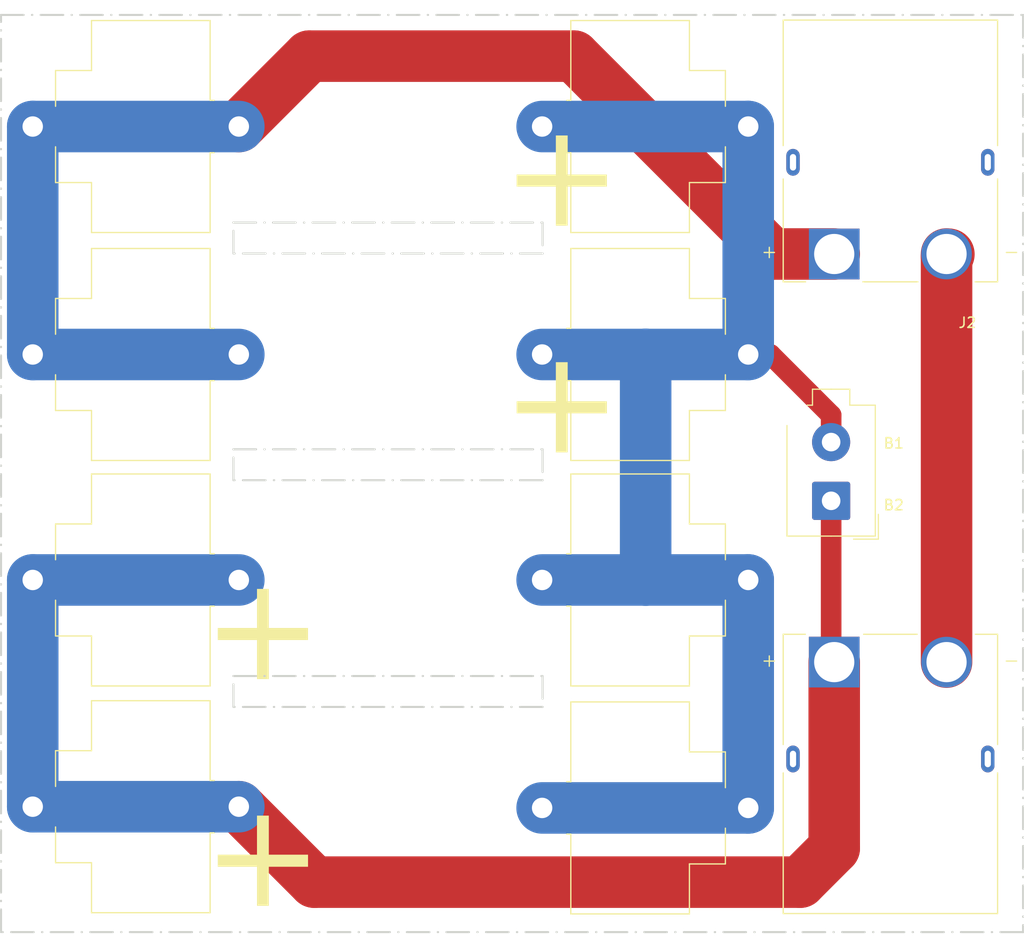
<source format=kicad_pcb>
(kicad_pcb (version 20240108) (generator "pcbnew") (generator_version "8.0")
  (layers (0 "F.Cu" signal) (31 "B.Cu" signal) (34 "B.Paste" user) (35 "F.Paste" user) (36 "B.SilkS" user "B.Silkscreen") (37 "F.SilkS" user "F.Silkscreen") (38 "B.Mask" user) (39 "F.Mask" user) (44 "Edge.Cuts" user))
  (net 0 "")
  (net 1 "/Battery1/BAT+")
  (net 2 "/Prev_Cell")
  (net 3 "/Next_Cell")
  (net 4 "Net-(J1-NEG)")
  (footprint "246:BAT_246" (layer "F.Cu") (at 136.955 127.8)
    (property "Reference" "BT39" (hide yes))
    (property "Value" "246")
    (fp_line (start -7.615 -2.54) (end -7.215 -2.54) (stroke (width 0.127)) (layer "F.SilkS"))
    (fp_line (start -7.215 -10.285) (end 4.295 -10.285) (stroke (width 0.127)) (layer "F.SilkS"))
    (fp_line (start -7.215 -2.54) (end -7.215 -10.285) (stroke (width 0.127)) (layer "F.SilkS"))
    (fp_line (start -7.215 2.54) (end -7.615 2.54) (stroke (width 0.127)) (layer "F.SilkS"))
    (fp_line (start -7.215 10.285) (end -7.215 2.54) (stroke (width 0.127)) (layer "F.SilkS"))
    (fp_line (start 4.295 -10.285) (end 4.295 -5.435) (stroke (width 0.127)) (layer "F.SilkS"))
    (fp_line (start 4.295 -5.435) (end 7.785 -5.435) (stroke (width 0.127)) (layer "F.SilkS"))
    (fp_line (start 4.295 5.435) (end 4.295 10.285) (stroke (width 0.127)) (layer "F.SilkS"))
    (fp_line (start 4.295 10.285) (end -7.215 10.285) (stroke (width 0.127)) (layer "F.SilkS"))
    (fp_line (start 7.785 -5.435) (end 7.785 -1.965) (stroke (width 0.127)) (layer "F.SilkS"))
    (fp_line (start 7.785 1.965) (end 7.785 5.435) (stroke (width 0.127)) (layer "F.SilkS"))
    (fp_line (start 7.785 5.435) (end 4.295 5.435) (stroke (width 0.127)) (layer "F.SilkS"))
    (pad "A" thru_hole circle (at -10 0) (size 2.97 2.97) (drill 1.98) (layers "*.Cu") (net 1 "/Battery1/BAT+"))
    (pad "A" thru_hole circle (at 10 0) (size 2.97 2.97) (drill 1.98) (layers "*.Cu") (net 1 "/Battery1/BAT+"))
  )
  (footprint "246:BAT_246" (layer "F.Cu") (at 136.955 105.68)
    (property "Reference" "BT40" (hide yes))
    (property "Value" "246")
    (fp_line (start -7.615 -2.54) (end -7.215 -2.54) (stroke (width 0.127)) (layer "F.SilkS"))
    (fp_line (start -7.215 -10.285) (end 4.295 -10.285) (stroke (width 0.127)) (layer "F.SilkS"))
    (fp_line (start -7.215 -2.54) (end -7.215 -10.285) (stroke (width 0.127)) (layer "F.SilkS"))
    (fp_line (start -7.215 2.54) (end -7.615 2.54) (stroke (width 0.127)) (layer "F.SilkS"))
    (fp_line (start -7.215 10.285) (end -7.215 2.54) (stroke (width 0.127)) (layer "F.SilkS"))
    (fp_line (start 4.295 -10.285) (end 4.295 -5.435) (stroke (width 0.127)) (layer "F.SilkS"))
    (fp_line (start 4.295 -5.435) (end 7.785 -5.435) (stroke (width 0.127)) (layer "F.SilkS"))
    (fp_line (start 4.295 5.435) (end 4.295 10.285) (stroke (width 0.127)) (layer "F.SilkS"))
    (fp_line (start 4.295 10.285) (end -7.215 10.285) (stroke (width 0.127)) (layer "F.SilkS"))
    (fp_line (start 7.785 -5.435) (end 7.785 -1.965) (stroke (width 0.127)) (layer "F.SilkS"))
    (fp_line (start 7.785 1.965) (end 7.785 5.435) (stroke (width 0.127)) (layer "F.SilkS"))
    (fp_line (start 7.785 5.435) (end 4.295 5.435) (stroke (width 0.127)) (layer "F.SilkS"))
    (pad "A" thru_hole circle (at -10 0) (size 2.97 2.97) (drill 1.98) (layers "*.Cu") (net 1 "/Battery1/BAT+"))
    (pad "A" thru_hole circle (at 10 0) (size 2.97 2.97) (drill 1.98) (layers "*.Cu") (net 1 "/Battery1/BAT+"))
  )
  (footprint "246:BAT_246" (layer "F.Cu") (at 136.955 61.68)
    (property "Reference" "BT33" (hide yes))
    (property "Value" "246")
    (fp_line (start -7.615 -2.54) (end -7.215 -2.54) (stroke (width 0.127)) (layer "F.SilkS"))
    (fp_line (start -7.215 -10.285) (end 4.295 -10.285) (stroke (width 0.127)) (layer "F.SilkS"))
    (fp_line (start -7.215 -2.54) (end -7.215 -10.285) (stroke (width 0.127)) (layer "F.SilkS"))
    (fp_line (start -7.215 2.54) (end -7.615 2.54) (stroke (width 0.127)) (layer "F.SilkS"))
    (fp_line (start -7.215 10.285) (end -7.215 2.54) (stroke (width 0.127)) (layer "F.SilkS"))
    (fp_line (start 4.295 -10.285) (end 4.295 -5.435) (stroke (width 0.127)) (layer "F.SilkS"))
    (fp_line (start 4.295 -5.435) (end 7.785 -5.435) (stroke (width 0.127)) (layer "F.SilkS"))
    (fp_line (start 4.295 5.435) (end 4.295 10.285) (stroke (width 0.127)) (layer "F.SilkS"))
    (fp_line (start 4.295 10.285) (end -7.215 10.285) (stroke (width 0.127)) (layer "F.SilkS"))
    (fp_line (start 7.785 -5.435) (end 7.785 -1.965) (stroke (width 0.127)) (layer "F.SilkS"))
    (fp_line (start 7.785 1.965) (end 7.785 5.435) (stroke (width 0.127)) (layer "F.SilkS"))
    (fp_line (start 7.785 5.435) (end 4.295 5.435) (stroke (width 0.127)) (layer "F.SilkS"))
    (pad "A" thru_hole circle (at -10 0) (size 2.97 2.97) (drill 1.98) (layers "*.Cu") (net 1 "/Battery1/BAT+"))
    (pad "A" thru_hole circle (at 10 0) (size 2.97 2.97) (drill 1.98) (layers "*.Cu") (net 1 "/Battery1/BAT+"))
  )
  (footprint "246:BAT_246" (layer "F.Cu") (at 136.955 83.8)
    (property "Reference" "BT34" (hide yes))
    (property "Value" "246")
    (fp_line (start -7.615 -2.54) (end -7.215 -2.54) (stroke (width 0.127)) (layer "F.SilkS"))
    (fp_line (start -7.215 -10.285) (end 4.295 -10.285) (stroke (width 0.127)) (layer "F.SilkS"))
    (fp_line (start -7.215 -2.54) (end -7.215 -10.285) (stroke (width 0.127)) (layer "F.SilkS"))
    (fp_line (start -7.215 2.54) (end -7.615 2.54) (stroke (width 0.127)) (layer "F.SilkS"))
    (fp_line (start -7.215 10.285) (end -7.215 2.54) (stroke (width 0.127)) (layer "F.SilkS"))
    (fp_line (start 4.295 -10.285) (end 4.295 -5.435) (stroke (width 0.127)) (layer "F.SilkS"))
    (fp_line (start 4.295 -5.435) (end 7.785 -5.435) (stroke (width 0.127)) (layer "F.SilkS"))
    (fp_line (start 4.295 5.435) (end 4.295 10.285) (stroke (width 0.127)) (layer "F.SilkS"))
    (fp_line (start 4.295 10.285) (end -7.215 10.285) (stroke (width 0.127)) (layer "F.SilkS"))
    (fp_line (start 7.785 -5.435) (end 7.785 -1.965) (stroke (width 0.127)) (layer "F.SilkS"))
    (fp_line (start 7.785 1.965) (end 7.785 5.435) (stroke (width 0.127)) (layer "F.SilkS"))
    (fp_line (start 7.785 5.435) (end 4.295 5.435) (stroke (width 0.127)) (layer "F.SilkS"))
    (pad "A" thru_hole circle (at -10 0) (size 2.97 2.97) (drill 1.98) (layers "*.Cu") (net 1 "/Battery1/BAT+"))
    (pad "A" thru_hole circle (at 10 0) (size 2.97 2.97) (drill 1.98) (layers "*.Cu") (net 1 "/Battery1/BAT+"))
  )
  (footprint "XT90PW-F:AMASS_XT90PW-F" (layer "F.Cu") (at 160.75 65.15 180)
    (property "Reference" "J2" (at -7.475 -15.565 180) (layer "F.SilkS"))
    (property "Value" "XT90PW-F")
    (fp_line (start 11.75 -8.25) (end 11.75 -9.25) (stroke (width 0.127)) (layer "F.SilkS"))
    (fp_line (start 11.25 -8.75) (end 12.25 -8.75) (stroke (width 0.127)) (layer "F.SilkS"))
    (fp_line (start 10.4 13.8) (end -10.4 13.8) (stroke (width 0.127)) (layer "F.SilkS"))
    (fp_line (start 10.4 1.62) (end 10.4 13.8) (stroke (width 0.127)) (layer "F.SilkS"))
    (fp_line (start 10.4 -11.6) (end 10.4 -1.62) (stroke (width 0.127)) (layer "F.SilkS"))
    (fp_line (start 8.228 -11.6) (end 10.4 -11.6) (stroke (width 0.127)) (layer "F.SilkS"))
    (fp_line (start 2.672 -11.6) (end -2.672 -11.6) (stroke (width 0.127)) (layer "F.SilkS"))
    (fp_line (start -10.4 13.8) (end -10.4 1.62) (stroke (width 0.127)) (layer "F.SilkS"))
    (fp_line (start -10.4 -11.6) (end -8.228 -11.6) (stroke (width 0.127)) (layer "F.SilkS"))
    (fp_line (start -10.4 -11.6) (end -10.4 -1.62) (stroke (width 0.127)) (layer "F.SilkS"))
    (fp_line (start -11.25 -8.75) (end -12.25 -8.75) (stroke (width 0.127)) (layer "F.SilkS"))
    (pad "N" thru_hole circle (at -5.45 -8.9 180) (size 4.916 4.916) (drill 3.9) (layers "*.Cu" "*.Mask") (net 4 "Net-(J1-NEG)"))
    (pad "P" thru_hole rect (at 5.45 -8.9 180) (size 4.916 4.916) (drill 3.9) (layers "*.Cu" "*.Mask") (net 2 "/Prev_Cell"))
    (pad "S1" thru_hole oval (at 9.45 0 180) (size 1.3 2.6) (drill oval 0.6 1.6) (layers "*.Cu" "*.Mask"))
    (pad "S2" thru_hole oval (at -9.45 0 180) (size 1.3 2.6) (drill oval 0.6 1.6) (layers "*.Cu" "*.Mask"))
  )
  (footprint "XT90PW-M:AMASS_XT90PW-M" (layer "F.Cu") (at 160.75 123.05)
    (property "Reference" "J1" (hide yes))
    (property "Value" "XT90PW-M")
    (fp_line (start -11.75 -9) (end -11.75 -10) (stroke (width 0.127)) (layer "F.SilkS"))
    (fp_line (start -11.25 -9.5) (end -12.25 -9.5) (stroke (width 0.127)) (layer "F.SilkS"))
    (fp_line (start -10.4 -12.1) (end -10.4 -1.4) (stroke (width 0.127)) (layer "F.SilkS"))
    (fp_line (start -10.4 1.35) (end -10.4 15) (stroke (width 0.127)) (layer "F.SilkS"))
    (fp_line (start -10.4 15) (end 10.4 15) (stroke (width 0.127)) (layer "F.SilkS"))
    (fp_line (start -8.25 -12.1) (end -10.4 -12.1) (stroke (width 0.127)) (layer "F.SilkS"))
    (fp_line (start -2.6 -12.1) (end 2.6 -12.1) (stroke (width 0.127)) (layer "F.SilkS"))
    (fp_line (start 10.4 -12.1) (end 8.25 -12.1) (stroke (width 0.127)) (layer "F.SilkS"))
    (fp_line (start 10.4 -1.4) (end 10.4 -12.1) (stroke (width 0.127)) (layer "F.SilkS"))
    (fp_line (start 10.4 15) (end 10.4 1.35) (stroke (width 0.127)) (layer "F.SilkS"))
    (fp_line (start 11.25 -9.5) (end 12.25 -9.5) (stroke (width 0.127)) (layer "F.SilkS"))
    (pad "N" thru_hole circle (at 5.45 -9.4) (size 4.916 4.916) (drill 3.9) (layers "*.Cu" "*.Mask") (net 4 "Net-(J1-NEG)"))
    (pad "P" thru_hole rect (at -5.45 -9.4) (size 4.916 4.916) (drill 3.9) (layers "*.Cu" "*.Mask") (net 3 "/Next_Cell"))
    (pad "S1" thru_hole oval (at -9.45 0) (size 1.3 2.6) (drill oval 0.6 1.6) (layers "*.Cu" "*.Mask"))
    (pad "S2" thru_hole oval (at 9.45 0) (size 1.3 2.6) (drill oval 0.6 1.6) (layers "*.Cu" "*.Mask"))
  )
  (footprint "Connector_Molex:Molex_Mega-Fit_76829-0102_2x01_P5.70mm_Vertical" (layer "F.Cu") (at 155 98 180)
    (property "Reference" "J3" (hide yes))
    (property "Value" "Conn_01x02_Socket")
    (fp_line (start 4.285 -3.42) (end 4.285 7.31) (stroke (width 0.12)) (layer "F.SilkS"))
    (fp_line (start 2.32 9.28) (end 1.81 9.28) (stroke (width 0.12)) (layer "F.SilkS"))
    (fp_line (start 1.81 10.83) (end 0 10.83) (stroke (width 0.12)) (layer "F.SilkS"))
    (fp_line (start 1.81 9.28) (end 1.81 10.83) (stroke (width 0.12)) (layer "F.SilkS"))
    (fp_line (start 0 -3.42) (end 4.285 -3.42) (stroke (width 0.12)) (layer "F.SilkS"))
    (fp_line (start 0 -3.42) (end -4.285 -3.42) (stroke (width 0.12)) (layer "F.SilkS"))
    (fp_line (start -1.81 10.83) (end 0 10.83) (stroke (width 0.12)) (layer "F.SilkS"))
    (fp_line (start -1.81 9.28) (end -1.81 10.83) (stroke (width 0.12)) (layer "F.SilkS"))
    (fp_line (start -4.285 9.28) (end -1.81 9.28) (stroke (width 0.12)) (layer "F.SilkS"))
    (fp_line (start -4.285 -3.42) (end -4.285 9.28) (stroke (width 0.12)) (layer "F.SilkS"))
    (fp_line (start -4.585 -1.31) (end -4.585 -3.72) (stroke (width 0.12)) (layer "F.SilkS"))
    (fp_line (start -4.585 -3.72) (end -2.175 -3.72) (stroke (width 0.12)) (layer "F.SilkS"))
    (pad "" np_thru_hole circle (at 3.48 8.47 180) (size 1.8 1.8) (drill 1.8) (layers "*.Cu" "*.Mask"))
    (pad "1" thru_hole roundrect (at 0 0 180) (size 3.7 3.7) (drill 1.8) (layers "*.Cu" "*.Mask") (roundrect_rratio 0.067568) (net 3 "/Next_Cell"))
    (pad "2" thru_hole circle (at 0 5.7 180) (size 3.7 3.7) (drill 1.8) (layers "*.Cu" "*.Mask") (net 1 "/Battery1/BAT+"))
  )
  (footprint "246:BAT_246" (layer "F.Cu") (at 87.525 61.68 180)
    (property "Reference" "BT36" (hide yes))
    (property "Value" "246")
    (fp_line (start 7.785 5.435) (end 4.295 5.435) (stroke (width 0.127)) (layer "F.SilkS"))
    (fp_line (start 7.785 1.965) (end 7.785 5.435) (stroke (width 0.127)) (layer "F.SilkS"))
    (fp_line (start 7.785 -5.435) (end 7.785 -1.965) (stroke (width 0.127)) (layer "F.SilkS"))
    (fp_line (start 4.295 10.285) (end -7.215 10.285) (stroke (width 0.127)) (layer "F.SilkS"))
    (fp_line (start 4.295 5.435) (end 4.295 10.285) (stroke (width 0.127)) (layer "F.SilkS"))
    (fp_line (start 4.295 -5.435) (end 7.785 -5.435) (stroke (width 0.127)) (layer "F.SilkS"))
    (fp_line (start 4.295 -10.285) (end 4.295 -5.435) (stroke (width 0.127)) (layer "F.SilkS"))
    (fp_line (start -7.215 10.285) (end -7.215 2.54) (stroke (width 0.127)) (layer "F.SilkS"))
    (fp_line (start -7.215 2.54) (end -7.615 2.54) (stroke (width 0.127)) (layer "F.SilkS"))
    (fp_line (start -7.215 -2.54) (end -7.215 -10.285) (stroke (width 0.127)) (layer "F.SilkS"))
    (fp_line (start -7.215 -10.285) (end 4.295 -10.285) (stroke (width 0.127)) (layer "F.SilkS"))
    (fp_line (start -7.615 -2.54) (end -7.215 -2.54) (stroke (width 0.127)) (layer "F.SilkS"))
    (pad "A" thru_hole circle (at -10 0 180) (size 2.97 2.97) (drill 1.98) (layers "*.Cu") (net 2 "/Prev_Cell"))
    (pad "A" thru_hole circle (at 10 0 180) (size 2.97 2.97) (drill 1.98) (layers "*.Cu") (net 2 "/Prev_Cell"))
  )
  (footprint "246:BAT_246" (layer "F.Cu") (at 87.525 105.68 180)
    (property "Reference" "BT37" (hide yes))
    (property "Value" "246")
    (fp_line (start 7.785 5.435) (end 4.295 5.435) (stroke (width 0.127)) (layer "F.SilkS"))
    (fp_line (start 7.785 1.965) (end 7.785 5.435) (stroke (width 0.127)) (layer "F.SilkS"))
    (fp_line (start 7.785 -5.435) (end 7.785 -1.965) (stroke (width 0.127)) (layer "F.SilkS"))
    (fp_line (start 4.295 10.285) (end -7.215 10.285) (stroke (width 0.127)) (layer "F.SilkS"))
    (fp_line (start 4.295 5.435) (end 4.295 10.285) (stroke (width 0.127)) (layer "F.SilkS"))
    (fp_line (start 4.295 -5.435) (end 7.785 -5.435) (stroke (width 0.127)) (layer "F.SilkS"))
    (fp_line (start 4.295 -10.285) (end 4.295 -5.435) (stroke (width 0.127)) (layer "F.SilkS"))
    (fp_line (start -7.215 10.285) (end -7.215 2.54) (stroke (width 0.127)) (layer "F.SilkS"))
    (fp_line (start -7.215 2.54) (end -7.615 2.54) (stroke (width 0.127)) (layer "F.SilkS"))
    (fp_line (start -7.215 -2.54) (end -7.215 -10.285) (stroke (width 0.127)) (layer "F.SilkS"))
    (fp_line (start -7.215 -10.285) (end 4.295 -10.285) (stroke (width 0.127)) (layer "F.SilkS"))
    (fp_line (start -7.615 -2.54) (end -7.215 -2.54) (stroke (width 0.127)) (layer "F.SilkS"))
    (pad "A" thru_hole circle (at -10 0 180) (size 2.97 2.97) (drill 1.98) (layers "*.Cu") (net 3 "/Next_Cell"))
    (pad "A" thru_hole circle (at 10 0 180) (size 2.97 2.97) (drill 1.98) (layers "*.Cu") (net 3 "/Next_Cell"))
  )
  (footprint "246:BAT_246" (layer "F.Cu") (at 87.525 83.8 180)
    (property "Reference" "BT35" (hide yes))
    (property "Value" "246")
    (fp_line (start 7.785 5.435) (end 4.295 5.435) (stroke (width 0.127)) (layer "F.SilkS"))
    (fp_line (start 7.785 1.965) (end 7.785 5.435) (stroke (width 0.127)) (layer "F.SilkS"))
    (fp_line (start 7.785 -5.435) (end 7.785 -1.965) (stroke (width 0.127)) (layer "F.SilkS"))
    (fp_line (start 4.295 10.285) (end -7.215 10.285) (stroke (width 0.127)) (layer "F.SilkS"))
    (fp_line (start 4.295 5.435) (end 4.295 10.285) (stroke (width 0.127)) (layer "F.SilkS"))
    (fp_line (start 4.295 -5.435) (end 7.785 -5.435) (stroke (width 0.127)) (layer "F.SilkS"))
    (fp_line (start 4.295 -10.285) (end 4.295 -5.435) (stroke (width 0.127)) (layer "F.SilkS"))
    (fp_line (start -7.215 10.285) (end -7.215 2.54) (stroke (width 0.127)) (layer "F.SilkS"))
    (fp_line (start -7.215 2.54) (end -7.615 2.54) (stroke (width 0.127)) (layer "F.SilkS"))
    (fp_line (start -7.215 -2.54) (end -7.215 -10.285) (stroke (width 0.127)) (layer "F.SilkS"))
    (fp_line (start -7.215 -10.285) (end 4.295 -10.285) (stroke (width 0.127)) (layer "F.SilkS"))
    (fp_line (start -7.615 -2.54) (end -7.215 -2.54) (stroke (width 0.127)) (layer "F.SilkS"))
    (pad "A" thru_hole circle (at -10 0 180) (size 2.97 2.97) (drill 1.98) (layers "*.Cu") (net 2 "/Prev_Cell"))
    (pad "A" thru_hole circle (at 10 0 180) (size 2.97 2.97) (drill 1.98) (layers "*.Cu") (net 2 "/Prev_Cell"))
  )
  (footprint "246:BAT_246" (layer "F.Cu") (at 87.525 127.68 180)
    (property "Reference" "BT38" (hide yes))
    (property "Value" "246")
    (fp_line (start 7.785 5.435) (end 4.295 5.435) (stroke (width 0.127)) (layer "F.SilkS"))
    (fp_line (start 7.785 1.965) (end 7.785 5.435) (stroke (width 0.127)) (layer "F.SilkS"))
    (fp_line (start 7.785 -5.435) (end 7.785 -1.965) (stroke (width 0.127)) (layer "F.SilkS"))
    (fp_line (start 4.295 10.285) (end -7.215 10.285) (stroke (width 0.127)) (layer "F.SilkS"))
    (fp_line (start 4.295 5.435) (end 4.295 10.285) (stroke (width 0.127)) (layer "F.SilkS"))
    (fp_line (start 4.295 -5.435) (end 7.785 -5.435) (stroke (width 0.127)) (layer "F.SilkS"))
    (fp_line (start 4.295 -10.285) (end 4.295 -5.435) (stroke (width 0.127)) (layer "F.SilkS"))
    (fp_line (start -7.215 10.285) (end -7.215 2.54) (stroke (width 0.127)) (layer "F.SilkS"))
    (fp_line (start -7.215 2.54) (end -7.615 2.54) (stroke (width 0.127)) (layer "F.SilkS"))
    (fp_line (start -7.215 -2.54) (end -7.215 -10.285) (stroke (width 0.127)) (layer "F.SilkS"))
    (fp_line (start -7.215 -10.285) (end 4.295 -10.285) (stroke (width 0.127)) (layer "F.SilkS"))
    (fp_line (start -7.615 -2.54) (end -7.215 -2.54) (stroke (width 0.127)) (layer "F.SilkS"))
    (pad "A" thru_hole circle (at -10 0 180) (size 2.97 2.97) (drill 1.98) (layers "*.Cu") (net 3 "/Next_Cell"))
    (pad "A" thru_hole circle (at 10 0 180) (size 2.97 2.97) (drill 1.98) (layers "*.Cu") (net 3 "/Next_Cell"))
  )
  (gr_rect (start 97 71) (end 127 74) (stroke (width 0.2) (type dash_dot)) (fill none) (layer "Edge.Cuts"))
  (gr_rect (start 97 115) (end 127 118) (stroke (width 0.2) (type dash_dot)) (fill none) (layer "Edge.Cuts"))
  (gr_rect (start 74.45 50.85) (end 173.625 139.85) (stroke (width 0.2) (type dash_dot)) (fill none) (layer "Edge.Cuts"))
  (gr_rect (start 97 93) (end 127 96) (stroke (width 0.2) (type dash_dot)) (fill none) (layer "Edge.Cuts"))
  (gr_text "B2\n" (at 160 99 0) (layer "F.SilkS") (effects (font (size 1 1)) (justify left bottom)))
  (gr_text "+" (at 94 139 0) (layer "F.SilkS") (effects (font (size 10 10)) (justify left bottom)))
  (gr_text "B1\n" (at 160 93 0) (layer "F.SilkS") (effects (font (size 1 1)) (justify left bottom)))
  (gr_text "+" (at 94 117 0) (layer "F.SilkS") (effects (font (size 10 10)) (justify left bottom)))
  (gr_text "+" (at 123 73 0) (layer "F.SilkS") (effects (font (size 10 10)) (justify left bottom)))
  (gr_text "+" (at 123 95 0) (layer "F.SilkS") (effects (font (size 10 10)) (justify left bottom)))
  (segment (start 155 89.683705) (end 149.116295 83.8) (width 2) (layer "F.Cu") (net 1))
  (segment (start 149.116295 83.8) (end 146.955 83.8) (width 2) (layer "F.Cu") (net 1))
  (segment (start 155 92.3) (end 155 89.683705) (width 2) (layer "F.Cu") (net 1))
  (segment (start 146.955 61.68) (end 126.955 61.68) (width 5) (layer "B.Cu") (net 1))
  (segment (start 137 83.8) (end 137 105.68) (width 5) (layer "B.Cu") (net 1))
  (segment (start 137 83.8) (end 126.955 83.8) (width 5) (layer "B.Cu") (net 1))
  (segment (start 146.955 83.8) (end 146.955 61.68) (width 5) (layer "B.Cu") (net 1))
  (segment (start 146.955 105.68) (end 137 105.68) (width 5) (layer "B.Cu") (net 1))
  (segment (start 146.955 83.8) (end 137 83.8) (width 5) (layer "B.Cu") (net 1))
  (segment (start 146.955 127.8) (end 146.955 105.68) (width 5) (layer "B.Cu") (net 1))
  (segment (start 126.955 127.8) (end 146.955 127.8) (width 5) (layer "B.Cu") (net 1))
  (segment (start 137 105.68) (end 126.955 105.68) (width 5) (layer "B.Cu") (net 1))
  (segment (start 130.05 54.85) (end 104.355 54.85) (width 5) (layer "F.Cu") (net 2))
  (segment (start 155.3 74.05) (end 149.25 74.05) (width 5) (layer "F.Cu") (net 2))
  (segment (start 149.25 74.05) (end 130.05 54.85) (width 5) (layer "F.Cu") (net 2))
  (segment (start 104.355 54.85) (end 97.525 61.68) (width 5) (layer "F.Cu") (net 2))
  (segment (start 97.525 83.8) (end 77.525 83.8) (width 5) (layer "B.Cu") (net 2))
  (segment (start 97.525 61.68) (end 77.525 61.68) (width 5) (layer "B.Cu") (net 2))
  (segment (start 77.525 61.68) (end 77.525 83.8) (width 5) (layer "B.Cu") (net 2))
  (segment (start 104.845 135) (end 152 135) (width 5) (layer "F.Cu") (net 3))
  (segment (start 155.3 131.7) (end 155.3 113.65) (width 5) (layer "F.Cu") (net 3))
  (segment (start 155 113.35) (end 155.3 113.65) (width 2) (layer "F.Cu") (net 3))
  (segment (start 97.525 127.68) (end 104.845 135) (width 5) (layer "F.Cu") (net 3))
  (segment (start 155 98) (end 155 113.35) (width 2) (layer "F.Cu") (net 3))
  (segment (start 152 135) (end 155.3 131.7) (width 5) (layer "F.Cu") (net 3))
  (segment (start 77.525 127.68) (end 97.525 127.68) (width 5) (layer "B.Cu") (net 3))
  (segment (start 77.525 105.68) (end 77.525 127.68) (width 5) (layer "B.Cu") (net 3))
  (segment (start 77.525 105.68) (end 97.525 105.68) (width 5) (layer "B.Cu") (net 3))
  (segment (start 166.2 74.05) (end 166.2 113.65) (width 5) (layer "F.Cu") (net 4))
  (segment (start 166.2 74.3) (end 166.425 74.075) (width 5) (layer "F.Cu") (net 4))
)
</source>
